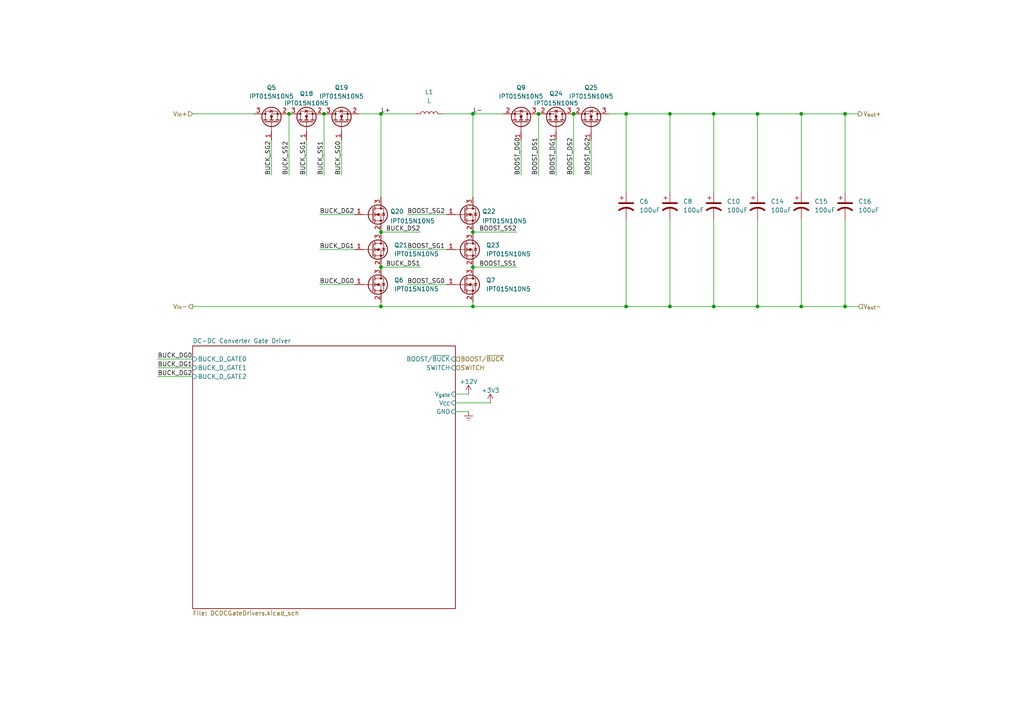
<source format=kicad_sch>
(kicad_sch (version 20210621) (generator eeschema)
  (paper "A4")
  (lib_symbols
    (symbol "Device:C_Polarized_US" (pin_numbers hide) (pin_names (offset 0.254) hide)
      (property "Reference" "C" (at 0.635 2.54 0))
      (property "Value" "C_Polarized_US" (at 0.635 -2.54 0))
      (symbol "C_Polarized_US_0_1"
        (polyline (pts (xy -2.032 0.762) (xy 2.032 0.762)) (stroke (width 0.508)))
        (polyline (pts (xy -1.778 2.286) (xy -0.762 2.286)))
        (polyline (pts (xy -1.27 1.778) (xy -1.27 2.794)))
        (arc (start 2.032 -1.27) (mid 0 -0.5572) (end -2.032 -1.27) (stroke (width 0.508)))
      )
      (symbol "C_Polarized_US_1_1"
        (pin passive line (at 0 3.81 270) (length 2.794) (name "~") (number "1"))
        (pin passive line (at 0 -3.81 90) (length 3.302) (name "~") (number "2"))
      )
    )
    (symbol "Device:L" (pin_numbers hide) (pin_names (offset 1.016) hide)
      (property "Reference" "L" (at -1.27 0 90))
      (property "Value" "L" (at 1.905 0 90))
      (symbol "L_0_1"
        (arc (start 0 -2.54) (mid 0.635 -1.905) (end 0 -1.27))
        (arc (start 0 -1.27) (mid 0.635 -0.635) (end 0 0))
        (arc (start 0 0) (mid 0.635 0.635) (end 0 1.27))
        (arc (start 0 1.27) (mid 0.635 1.905) (end 0 2.54))
      )
      (symbol "L_1_1"
        (pin passive line (at 0 3.81 270) (length 1.27) (name "1") (number "1"))
        (pin passive line (at 0 -3.81 90) (length 1.27) (name "2") (number "2"))
      )
    )
    (symbol "Transistor_FET:IPT015N10N5" (pin_names hide)
      (property "Reference" "Q" (at 5.08 1.905 0))
      (property "Value" "IPT015N10N5" (at 5.08 0 0))
      (symbol "IPT015N10N5_0_1"
        (polyline (pts (xy 0.254 0) (xy -2.54 0)))
        (polyline (pts (xy 0.254 1.905) (xy 0.254 -1.905)) (stroke (width 0.254)))
        (polyline (pts (xy 0.762 -1.27) (xy 0.762 -2.286)) (stroke (width 0.254)))
        (polyline (pts (xy 0.762 0.508) (xy 0.762 -0.508)) (stroke (width 0.254)))
        (polyline (pts (xy 0.762 2.286) (xy 0.762 1.27)) (stroke (width 0.254)))
        (polyline (pts (xy 2.54 2.54) (xy 2.54 1.778)))
        (polyline (pts (xy 2.54 -2.54) (xy 2.54 0) (xy 0.762 0)))
        (polyline (pts (xy 0.762 -1.778) (xy 3.302 -1.778) (xy 3.302 1.778) (xy 0.762 1.778)))
        (polyline (pts (xy 1.016 0) (xy 2.032 0.381) (xy 2.032 -0.381) (xy 1.016 0)) (fill (type outline)))
        (polyline (pts (xy 2.794 0.508) (xy 2.921 0.381) (xy 3.683 0.381) (xy 3.81 0.254)))
        (polyline (pts (xy 3.302 0.381) (xy 2.921 -0.254) (xy 3.683 -0.254) (xy 3.302 0.381)))
        (circle (center 1.651 0) (radius 2.794) (stroke (width 0.254)))
        (circle (center 2.54 -1.778) (radius 0.254) (fill (type outline)))
        (circle (center 2.54 1.778) (radius 0.254) (fill (type outline)))
      )
      (symbol "IPT015N10N5_1_1"
        (pin input line (at -5.08 0 0) (length 2.54) (name "G") (number "1"))
        (pin passive line (at 2.54 -5.08 90) (length 2.54) (name "S") (number "2"))
        (pin passive line (at 2.54 5.08 270) (length 2.54) (name "D") (number "3"))
      )
    )
    (symbol "power:+12V" (power) (pin_names (offset 0))
      (property "Value" "+12V" (at 0 3.556 0))
      (symbol "+12V_0_1"
        (polyline (pts (xy -0.762 1.27) (xy 0 2.54)))
        (polyline (pts (xy 0 0) (xy 0 2.54)))
        (polyline (pts (xy 0 2.54) (xy 0.762 1.27)))
      )
      (symbol "+12V_1_1"
        (pin power_in line (at 0 0 90) (length 0) hide (name "+12V") (number "1"))
      )
    )
    (symbol "power:+3.3V" (power) (pin_names (offset 0))
      (property "Value" "+3.3V" (at 0 3.556 0))
      (symbol "+3.3V_0_1"
        (polyline (pts (xy -0.762 1.27) (xy 0 2.54)))
        (polyline (pts (xy 0 0) (xy 0 2.54)))
        (polyline (pts (xy 0 2.54) (xy 0.762 1.27)))
      )
      (symbol "+3.3V_1_1"
        (pin power_in line (at 0 0 90) (length 0) hide (name "+3V3") (number "1"))
      )
    )
    (symbol "power:Earth" (power) (pin_names (offset 0))
      (symbol "Earth_0_1"
        (polyline (pts (xy -0.635 -1.905) (xy 0.635 -1.905)))
        (polyline (pts (xy -0.127 -2.54) (xy 0.127 -2.54)))
        (polyline (pts (xy 0 -1.27) (xy 0 0)))
        (polyline (pts (xy 1.27 -1.27) (xy -1.27 -1.27)))
      )
      (symbol "Earth_1_1"
        (pin power_in line (at 0 0 270) (length 0) hide (name "Earth") (number "1"))
      )
    )
  )
  (junction (at 194.31 33.02))
  (junction (at 137.16 33.02))
  (junction (at 110.49 88.9))
  (junction (at 137.16 88.9))
  (junction (at 156.21 33.02))
  (junction (at 232.41 88.9))
  (junction (at 219.71 33.02))
  (junction (at 207.01 88.9))
  (junction (at 137.16 77.47))
  (junction (at 93.98 33.02))
  (junction (at 110.49 33.02))
  (junction (at 181.61 33.02))
  (junction (at 166.37 33.02))
  (junction (at 232.41 33.02))
  (junction (at 110.49 67.31))
  (junction (at 194.31 88.9))
  (junction (at 83.82 33.02))
  (junction (at 110.49 77.47))
  (junction (at 207.01 33.02))
  (junction (at 137.16 67.31))
  (junction (at 245.11 33.02))
  (junction (at 181.61 88.9))
  (junction (at 219.71 88.9))
  (junction (at 245.11 88.9))
  (wire (pts (xy 118.11 62.23) (xy 129.54 62.23)))
  (wire (pts (xy 121.92 67.31) (xy 110.49 67.31)))
  (wire (pts (xy 55.88 109.22) (xy 45.72 109.22)))
  (wire (pts (xy 132.08 119.38) (xy 135.89 119.38)))
  (wire (pts (xy 207.01 55.88) (xy 207.01 33.02)))
  (wire (pts (xy 99.06 40.64) (xy 99.06 50.8)))
  (wire (pts (xy 149.86 67.31) (xy 137.16 67.31)))
  (wire (pts (xy 83.82 33.02) (xy 83.82 50.8)))
  (wire (pts (xy 194.31 33.02) (xy 194.31 55.88)))
  (wire (pts (xy 219.71 63.5) (xy 219.71 88.9)))
  (wire (pts (xy 55.88 104.14) (xy 45.72 104.14)))
  (wire (pts (xy 132.08 116.84) (xy 142.24 116.84)))
  (wire (pts (xy 245.11 63.5) (xy 245.11 88.9)))
  (wire (pts (xy 104.14 33.02) (xy 110.49 33.02)))
  (wire (pts (xy 207.01 88.9) (xy 219.71 88.9)))
  (wire (pts (xy 132.08 114.3) (xy 135.89 114.3)))
  (wire (pts (xy 149.86 77.47) (xy 137.16 77.47)))
  (wire (pts (xy 232.41 33.02) (xy 219.71 33.02)))
  (wire (pts (xy 232.41 55.88) (xy 232.41 33.02)))
  (wire (pts (xy 181.61 33.02) (xy 181.61 55.88)))
  (wire (pts (xy 55.88 33.02) (xy 73.66 33.02)))
  (wire (pts (xy 161.29 50.8) (xy 161.29 40.64)))
  (wire (pts (xy 88.9 40.64) (xy 88.9 50.8)))
  (wire (pts (xy 232.41 88.9) (xy 219.71 88.9)))
  (wire (pts (xy 232.41 63.5) (xy 232.41 88.9)))
  (wire (pts (xy 194.31 63.5) (xy 194.31 88.9)))
  (wire (pts (xy 137.16 87.63) (xy 137.16 88.9)))
  (wire (pts (xy 110.49 87.63) (xy 110.49 88.9)))
  (wire (pts (xy 171.45 50.8) (xy 171.45 40.64)))
  (wire (pts (xy 156.21 33.02) (xy 156.21 50.8)))
  (wire (pts (xy 137.16 33.02) (xy 146.05 33.02)))
  (wire (pts (xy 128.27 33.02) (xy 137.16 33.02)))
  (wire (pts (xy 110.49 33.02) (xy 120.65 33.02)))
  (wire (pts (xy 181.61 63.5) (xy 181.61 88.9)))
  (wire (pts (xy 102.87 82.55) (xy 92.71 82.55)))
  (wire (pts (xy 245.11 55.88) (xy 245.11 33.02)))
  (wire (pts (xy 102.87 72.39) (xy 92.71 72.39)))
  (wire (pts (xy 102.87 62.23) (xy 92.71 62.23)))
  (wire (pts (xy 245.11 33.02) (xy 248.92 33.02)))
  (wire (pts (xy 232.41 88.9) (xy 245.11 88.9)))
  (wire (pts (xy 118.11 72.39) (xy 129.54 72.39)))
  (wire (pts (xy 151.13 50.8) (xy 151.13 40.64)))
  (wire (pts (xy 207.01 33.02) (xy 219.71 33.02)))
  (wire (pts (xy 219.71 33.02) (xy 219.71 55.88)))
  (wire (pts (xy 245.11 88.9) (xy 248.92 88.9)))
  (wire (pts (xy 166.37 33.02) (xy 166.37 50.8)))
  (wire (pts (xy 118.11 82.55) (xy 129.54 82.55)))
  (wire (pts (xy 137.16 33.02) (xy 137.16 57.15)))
  (wire (pts (xy 55.88 106.68) (xy 45.72 106.68)))
  (wire (pts (xy 110.49 33.02) (xy 110.49 57.15)))
  (wire (pts (xy 207.01 63.5) (xy 207.01 88.9)))
  (wire (pts (xy 232.41 33.02) (xy 245.11 33.02)))
  (wire (pts (xy 93.98 33.02) (xy 93.98 50.8)))
  (wire (pts (xy 78.74 40.64) (xy 78.74 50.8)))
  (wire (pts (xy 121.92 77.47) (xy 110.49 77.47)))
  (wire (pts (xy 181.61 88.9) (xy 194.31 88.9)))
  (wire (pts (xy 194.31 88.9) (xy 207.01 88.9)))
  (wire (pts (xy 137.16 88.9) (xy 181.61 88.9)))
  (wire (pts (xy 110.49 88.9) (xy 137.16 88.9)))
  (wire (pts (xy 55.88 88.9) (xy 110.49 88.9)))
  (wire (pts (xy 194.31 33.02) (xy 207.01 33.02)))
  (wire (pts (xy 181.61 33.02) (xy 194.31 33.02)))
  (wire (pts (xy 176.53 33.02) (xy 181.61 33.02)))
  (label "BUCK_SS2" (at 83.82 50.8 90))
  (label "BOOST_SS1" (at 149.86 77.47 180))
  (label "BOOST_SS2" (at 149.86 67.31 180))
  (label "L-" (at 137.16 33.02 0))
  (label "BUCK_DS1" (at 121.92 77.47 180))
  (label "BUCK_SG2" (at 78.74 50.8 90))
  (label "BUCK_DG0" (at 45.72 104.14 0))
  (label "BUCK_SS1" (at 93.98 50.8 90))
  (label "BUCK_DG1" (at 92.71 72.39 0))
  (label "BOOST_DS1" (at 156.21 50.8 90))
  (label "BOOST_DG0" (at 151.13 50.8 90))
  (label "BOOST_SG0" (at 118.11 82.55 0))
  (label "BUCK_DS2" (at 121.92 67.31 180))
  (label "BUCK_DG1" (at 45.72 106.68 0))
  (label "BOOST_DG1" (at 161.29 50.8 90))
  (label "BUCK_SG0" (at 99.06 50.8 90))
  (label "BOOST_DG2" (at 171.45 50.8 90))
  (label "L+" (at 110.49 33.02 0))
  (label "BUCK_SG1" (at 88.9 50.8 90))
  (label "BUCK_DG2" (at 92.71 62.23 0))
  (label "BUCK_DG0" (at 92.71 82.55 0))
  (label "BOOST_DS2" (at 166.37 50.8 90))
  (label "BUCK_DG2" (at 45.72 109.22 0))
  (label "BOOST_SG2" (at 118.11 62.23 0))
  (label "BOOST_SG1" (at 118.11 72.39 0))
  (hierarchical_label "V_{out}-" (shape input) (at 248.92 88.9 0))
  (hierarchical_label "V_{in}-" (shape output) (at 55.88 88.9 180))
  (hierarchical_label "V_{in}+" (shape input) (at 55.88 33.02 180))
  (hierarchical_label "V_{out}+" (shape output) (at 248.92 33.02 0))
  (hierarchical_label "BOOST{slash}~{BUCK}" (shape input) (at 132.08 104.14 0))
  (hierarchical_label "SWITCH" (shape input) (at 132.08 106.68 0))
  (symbol (lib_id "Device:C_Polarized_US") (at 232.41 59.69 0) (unit 1)
    (property "Reference" "C15" (at 236.22 58.4199 0) (effects (justify left)))
    (property "Value" "100uF" (at 236.22 60.9599 0) (effects (justify left)))
    (property "Footprint" "Capacitor_THT:CP_Radial_D16.0mm_P7.50mm" (effects hide))
  )
  (symbol (lib_id "Device:C_Polarized_US") (at 207.01 59.69 0) (unit 1)
    (property "Reference" "C10" (at 210.82 58.4199 0) (effects (justify left)))
    (property "Value" "100uF" (at 210.82 60.9599 0) (effects (justify left)))
    (property "Footprint" "Capacitor_THT:CP_Radial_D16.0mm_P7.50mm" (effects hide))
  )
  (symbol (lib_id "Transistor_FET:IPT015N10N5") (at 107.95 72.39 0) (unit 1)
    (property "Reference" "Q21" (at 114.3 71.1199 0) (effects (justify left)))
    (property "Value" "IPT015N10N5" (at 114.3 73.6599 0) (effects (justify left)))
    (property "Footprint" "Package_TO_SOT_SMD:Infineon_PG-HSOF-8-1" (effects hide))
    (property "Datasheet" "http://www.infineon.com/dgdl/Infineon-IPT015N10N5-DS-v02_01-EN.pdf?fileId=5546d4624a75e5f1014ac94680661aff" (effects hide))
  )
  (symbol (lib_id "Device:C_Polarized_US") (at 219.71 59.69 0) (unit 1)
    (property "Reference" "C14" (at 223.52 58.4199 0) (effects (justify left)))
    (property "Value" "100uF" (at 223.52 60.9599 0) (effects (justify left)))
    (property "Footprint" "Capacitor_THT:CP_Radial_D16.0mm_P7.50mm" (effects hide))
  )
  (symbol (lib_id "Device:C_Polarized_US") (at 181.61 59.69 0) (unit 1)
    (property "Reference" "C6" (at 185.42 58.4199 0) (effects (justify left)))
    (property "Value" "100uF" (at 185.42 60.9599 0) (effects (justify left)))
    (property "Footprint" "Capacitor_THT:CP_Radial_D16.0mm_P7.50mm" (effects hide))
  )
  (symbol (lib_id "Transistor_FET:IPT015N10N5") (at 107.95 62.23 0) (unit 1)
    (property "Reference" "Q20" (at 113.157 61.3215 0) (effects (justify left)))
    (property "Value" "IPT015N10N5" (at 113.157 64.0966 0) (effects (justify left)))
    (property "Footprint" "Package_TO_SOT_SMD:Infineon_PG-HSOF-8-1" (effects hide))
    (property "Datasheet" "http://www.infineon.com/dgdl/Infineon-IPT015N10N5-DS-v02_01-EN.pdf?fileId=5546d4624a75e5f1014ac94680661aff" (effects hide))
  )
  (symbol (lib_id "Transistor_FET:IPT015N10N5") (at 134.62 72.39 0) (unit 1)
    (property "Reference" "Q23" (at 140.97 71.1199 0) (effects (justify left)))
    (property "Value" "IPT015N10N5" (at 140.97 73.6599 0) (effects (justify left)))
    (property "Footprint" "Package_TO_SOT_SMD:Infineon_PG-HSOF-8-1" (effects hide))
    (property "Datasheet" "http://www.infineon.com/dgdl/Infineon-IPT015N10N5-DS-v02_01-EN.pdf?fileId=5546d4624a75e5f1014ac94680661aff" (effects hide))
  )
  (symbol (lib_id "Device:C_Polarized_US") (at 245.11 59.69 0) (unit 1)
    (property "Reference" "C16" (at 248.92 58.4199 0) (effects (justify left)))
    (property "Value" "100uF" (at 248.92 60.9599 0) (effects (justify left)))
    (property "Footprint" "Capacitor_THT:CP_Radial_D16.0mm_P7.50mm" (effects hide))
  )
  (symbol (lib_id "Transistor_FET:IPT015N10N5") (at 161.29 35.56 270) (mirror x) (unit 1)
    (property "Reference" "Q24" (at 161.29 27.1485 90))
    (property "Value" "IPT015N10N5" (at 161.29 29.9236 90))
    (property "Footprint" "Package_TO_SOT_SMD:Infineon_PG-HSOF-8-1" (effects hide))
    (property "Datasheet" "http://www.infineon.com/dgdl/Infineon-IPT015N10N5-DS-v02_01-EN.pdf?fileId=5546d4624a75e5f1014ac94680661aff" (effects hide))
  )
  (symbol (lib_id "power:Earth") (at 135.89 119.38 0) (unit 1)
    (property "Reference" "#PWR0108" (effects hide))
    (property "Value" "Earth" (effects hide))
  )
  (symbol (lib_id "Transistor_FET:IPT015N10N5") (at 134.62 62.23 0) (unit 1)
    (property "Reference" "Q22" (at 139.827 61.3215 0) (effects (justify left)))
    (property "Value" "IPT015N10N5" (at 139.827 64.0966 0) (effects (justify left)))
    (property "Footprint" "Package_TO_SOT_SMD:Infineon_PG-HSOF-8-1" (effects hide))
    (property "Datasheet" "http://www.infineon.com/dgdl/Infineon-IPT015N10N5-DS-v02_01-EN.pdf?fileId=5546d4624a75e5f1014ac94680661aff" (effects hide))
  )
  (symbol (lib_id "power:+3.3V") (at 142.24 116.84 0) (unit 1)
    (property "Reference" "#PWR0106" (effects hide))
    (property "Value" "+3.3V" (at 142.24 113.2355 0))
  )
  (symbol (lib_id "Transistor_FET:IPT015N10N5") (at 99.06 35.56 90) (unit 1)
    (property "Reference" "Q19" (at 99.06 25.4 90))
    (property "Value" "IPT015N10N5" (at 99.06 27.94 90))
    (property "Footprint" "Package_TO_SOT_SMD:Infineon_PG-HSOF-8-1" (effects hide))
    (property "Datasheet" "http://www.infineon.com/dgdl/Infineon-IPT015N10N5-DS-v02_01-EN.pdf?fileId=5546d4624a75e5f1014ac94680661aff" (effects hide))
  )
  (symbol (lib_id "Transistor_FET:IPT015N10N5") (at 134.62 82.55 0) (unit 1)
    (property "Reference" "Q7" (at 140.97 81.2799 0) (effects (justify left)))
    (property "Value" "IPT015N10N5" (at 140.97 83.8199 0) (effects (justify left)))
    (property "Footprint" "Package_TO_SOT_SMD:Infineon_PG-HSOF-8-1" (effects hide))
    (property "Datasheet" "http://www.infineon.com/dgdl/Infineon-IPT015N10N5-DS-v02_01-EN.pdf?fileId=5546d4624a75e5f1014ac94680661aff" (effects hide))
  )
  (symbol (lib_id "Device:C_Polarized_US") (at 194.31 59.69 0) (unit 1)
    (property "Reference" "C8" (at 198.12 58.4199 0) (effects (justify left)))
    (property "Value" "100uF" (at 198.12 60.9599 0) (effects (justify left)))
    (property "Footprint" "Capacitor_THT:CP_Radial_D16.0mm_P7.50mm" (effects hide))
  )
  (symbol (lib_id "Transistor_FET:IPT015N10N5") (at 107.95 82.55 0) (unit 1)
    (property "Reference" "Q6" (at 114.3 81.2799 0) (effects (justify left)))
    (property "Value" "IPT015N10N5" (at 114.3 83.8199 0) (effects (justify left)))
    (property "Footprint" "Package_TO_SOT_SMD:Infineon_PG-HSOF-8-1" (effects hide))
    (property "Datasheet" "http://www.infineon.com/dgdl/Infineon-IPT015N10N5-DS-v02_01-EN.pdf?fileId=5546d4624a75e5f1014ac94680661aff" (effects hide))
  )
  (symbol (lib_id "Transistor_FET:IPT015N10N5") (at 151.13 35.56 270) (mirror x) (unit 1)
    (property "Reference" "Q9" (at 151.13 25.4 90))
    (property "Value" "IPT015N10N5" (at 151.13 27.94 90))
    (property "Footprint" "Package_TO_SOT_SMD:Infineon_PG-HSOF-8-1" (effects hide))
    (property "Datasheet" "http://www.infineon.com/dgdl/Infineon-IPT015N10N5-DS-v02_01-EN.pdf?fileId=5546d4624a75e5f1014ac94680661aff" (effects hide))
  )
  (symbol (lib_id "power:+12V") (at 135.89 114.3 0) (unit 1)
    (property "Reference" "#PWR0107" (effects hide))
    (property "Value" "+12V" (at 135.89 110.6955 0))
  )
  (symbol (lib_id "Device:L") (at 124.46 33.02 90) (unit 1)
    (property "Reference" "L1" (at 124.46 26.67 90))
    (property "Value" "L" (at 124.46 29.21 90))
    (property "Footprint" "Inductor_THT:L_Toroid_Vertical_L67.6mm_W36.1mm_P31.80mm_Vishay_TJ9" (effects hide))
  )
  (symbol (lib_id "Transistor_FET:IPT015N10N5") (at 88.9 35.56 90) (unit 1)
    (property "Reference" "Q18" (at 88.9 27.1485 90))
    (property "Value" "IPT015N10N5" (at 88.9 29.9236 90))
    (property "Footprint" "Package_TO_SOT_SMD:Infineon_PG-HSOF-8-1" (effects hide))
    (property "Datasheet" "http://www.infineon.com/dgdl/Infineon-IPT015N10N5-DS-v02_01-EN.pdf?fileId=5546d4624a75e5f1014ac94680661aff" (effects hide))
  )
  (symbol (lib_id "Transistor_FET:IPT015N10N5") (at 171.45 35.56 270) (mirror x) (unit 1)
    (property "Reference" "Q25" (at 171.45 25.4 90))
    (property "Value" "IPT015N10N5" (at 171.45 27.94 90))
    (property "Footprint" "Package_TO_SOT_SMD:Infineon_PG-HSOF-8-1" (effects hide))
    (property "Datasheet" "http://www.infineon.com/dgdl/Infineon-IPT015N10N5-DS-v02_01-EN.pdf?fileId=5546d4624a75e5f1014ac94680661aff" (effects hide))
  )
  (symbol (lib_id "Transistor_FET:IPT015N10N5") (at 78.74 35.56 90) (unit 1)
    (property "Reference" "Q5" (at 78.74 25.4 90))
    (property "Value" "IPT015N10N5" (at 78.74 27.94 90))
    (property "Footprint" "Package_TO_SOT_SMD:Infineon_PG-HSOF-8-1" (effects hide))
    (property "Datasheet" "http://www.infineon.com/dgdl/Infineon-IPT015N10N5-DS-v02_01-EN.pdf?fileId=5546d4624a75e5f1014ac94680661aff" (effects hide))
  )
  (sheet (at 55.88 100.33) (size 76.2 76.2) (stroke (width 0.1524))
    (property "Sheet name" "DC-DC Converter Gate Driver" (at 55.88 99.6184 0) (effects (justify left bottom)))
    (property "Sheet file" "DCDCGateDrivers.kicad_sch" (at 55.88 177.1146 0) (effects (justify left top)))
    (pin "BOOST{slash}~{BUCK}" input (at 132.08 104.14 0))
    (pin "SWITCH" input (at 132.08 106.68 0))
    (pin "BUCK_D_GATE0" input (at 55.88 104.14 180))
    (pin "BUCK_D_GATE1" input (at 55.88 106.68 180))
    (pin "BUCK_D_GATE2" input (at 55.88 109.22 180))
    (pin "GND" input (at 132.08 119.38 0))
    (pin "V_{CC}" input (at 132.08 116.84 0))
    (pin "V_{gate}" input (at 132.08 114.3 0))
  )
)
</source>
